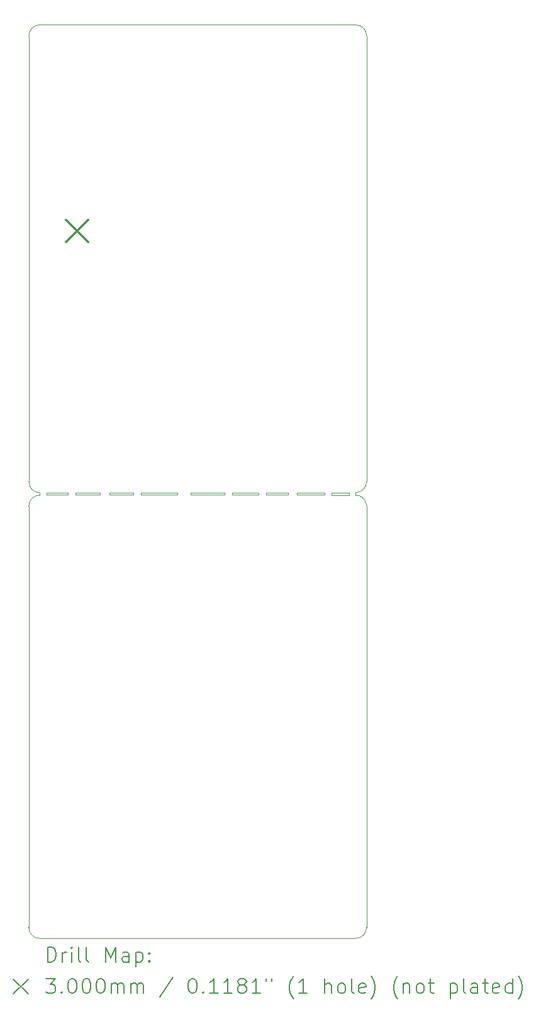
<source format=gbr>
%FSLAX45Y45*%
G04 Gerber Fmt 4.5, Leading zero omitted, Abs format (unit mm)*
G04 Created by KiCad (PCBNEW (6.0.1)) date 2022-02-08 10:08:37*
%MOMM*%
%LPD*%
G01*
G04 APERTURE LIST*
%TA.AperFunction,Profile*%
%ADD10C,0.100000*%
%TD*%
%ADD11C,0.200000*%
%ADD12C,0.300000*%
G04 APERTURE END LIST*
D10*
X10838180Y-12411710D02*
X10838180Y-6423660D01*
X13014960Y-12560300D02*
X13477240Y-12560300D01*
X13477240Y-12560300D02*
X13477240Y-12590780D01*
X13477240Y-12590780D02*
X13014960Y-12590780D01*
X13014960Y-12590780D02*
X13014960Y-12560300D01*
X10988040Y-6273801D02*
X15235632Y-6273800D01*
X15234920Y-18549620D02*
X10987328Y-18549620D01*
X15234920Y-12591337D02*
X15234920Y-12560300D01*
X15385492Y-6423659D02*
G75*
G03*
X15235632Y-6273800I-149857J3D01*
G01*
X15384780Y-12741197D02*
G75*
G03*
X15234920Y-12591337I-149860J-1D01*
G01*
X14330680Y-12560300D02*
X14030960Y-12560300D01*
X14030960Y-12560300D02*
X14030960Y-12590780D01*
X14030960Y-12590780D02*
X14330680Y-12590780D01*
X14330680Y-12590780D02*
X14330680Y-12560300D01*
X15385492Y-6423659D02*
X15384780Y-12410440D01*
X10837467Y-18399760D02*
G75*
G03*
X10987328Y-18549620I149860J0D01*
G01*
X11795760Y-12560300D02*
X11468100Y-12560300D01*
X11468100Y-12560300D02*
X11468100Y-12590780D01*
X11468100Y-12590780D02*
X11795760Y-12590780D01*
X11795760Y-12590780D02*
X11795760Y-12560300D01*
X11925300Y-12557760D02*
X12245340Y-12557760D01*
X12245340Y-12557760D02*
X12245340Y-12590780D01*
X12245340Y-12590780D02*
X11925300Y-12590780D01*
X11925300Y-12590780D02*
X11925300Y-12557760D01*
X15384780Y-18399759D02*
X15384780Y-12741197D01*
X10988040Y-12561570D02*
X10988040Y-12592607D01*
X10838180Y-12742467D02*
X10837467Y-18399760D01*
X10988040Y-6273801D02*
G75*
G03*
X10838180Y-6423660I-2J-149858D01*
G01*
X12837160Y-12560300D02*
X12346940Y-12560300D01*
X12346940Y-12560300D02*
X12346940Y-12590780D01*
X12346940Y-12590780D02*
X12837160Y-12590780D01*
X12837160Y-12590780D02*
X12837160Y-12560300D01*
X10838180Y-12411710D02*
G75*
G03*
X10988040Y-12561570I149860J0D01*
G01*
X15151100Y-12560300D02*
X14912340Y-12560300D01*
X14912340Y-12560300D02*
X14912340Y-12593320D01*
X14912340Y-12593320D02*
X15151100Y-12593320D01*
X15151100Y-12593320D02*
X15151100Y-12560300D01*
X11369040Y-12560300D02*
X11074400Y-12560300D01*
X11074400Y-12560300D02*
X11074400Y-12590780D01*
X11074400Y-12590780D02*
X11369040Y-12590780D01*
X11369040Y-12590780D02*
X11369040Y-12560300D01*
X15234920Y-12560300D02*
G75*
G03*
X15384780Y-12410440I0J149860D01*
G01*
X13934440Y-12560300D02*
X13573760Y-12560300D01*
X13573760Y-12560300D02*
X13573760Y-12590780D01*
X13573760Y-12590780D02*
X13934440Y-12590780D01*
X13934440Y-12590780D02*
X13934440Y-12560300D01*
X15234920Y-18549620D02*
G75*
G03*
X15384780Y-18399759I1J149859D01*
G01*
X10988040Y-12592607D02*
G75*
G03*
X10838180Y-12742467I1J-149861D01*
G01*
X14450060Y-12560300D02*
X14818360Y-12560300D01*
X14818360Y-12560300D02*
X14818360Y-12590780D01*
X14818360Y-12590780D02*
X14450060Y-12590780D01*
X14450060Y-12590780D02*
X14450060Y-12560300D01*
D11*
D12*
X11338420Y-8894940D02*
X11638420Y-9194940D01*
X11638420Y-8894940D02*
X11338420Y-9194940D01*
D11*
X11090086Y-18865096D02*
X11090086Y-18665096D01*
X11137705Y-18665096D01*
X11166276Y-18674620D01*
X11185324Y-18693668D01*
X11194848Y-18712715D01*
X11204371Y-18750810D01*
X11204371Y-18779382D01*
X11194848Y-18817477D01*
X11185324Y-18836525D01*
X11166276Y-18855572D01*
X11137705Y-18865096D01*
X11090086Y-18865096D01*
X11290086Y-18865096D02*
X11290086Y-18731763D01*
X11290086Y-18769858D02*
X11299610Y-18750810D01*
X11309133Y-18741287D01*
X11328181Y-18731763D01*
X11347229Y-18731763D01*
X11413895Y-18865096D02*
X11413895Y-18731763D01*
X11413895Y-18665096D02*
X11404371Y-18674620D01*
X11413895Y-18684144D01*
X11423419Y-18674620D01*
X11413895Y-18665096D01*
X11413895Y-18684144D01*
X11537705Y-18865096D02*
X11518657Y-18855572D01*
X11509133Y-18836525D01*
X11509133Y-18665096D01*
X11642467Y-18865096D02*
X11623419Y-18855572D01*
X11613895Y-18836525D01*
X11613895Y-18665096D01*
X11871038Y-18865096D02*
X11871038Y-18665096D01*
X11937705Y-18807953D01*
X12004371Y-18665096D01*
X12004371Y-18865096D01*
X12185324Y-18865096D02*
X12185324Y-18760334D01*
X12175800Y-18741287D01*
X12156752Y-18731763D01*
X12118657Y-18731763D01*
X12099610Y-18741287D01*
X12185324Y-18855572D02*
X12166276Y-18865096D01*
X12118657Y-18865096D01*
X12099610Y-18855572D01*
X12090086Y-18836525D01*
X12090086Y-18817477D01*
X12099610Y-18798429D01*
X12118657Y-18788906D01*
X12166276Y-18788906D01*
X12185324Y-18779382D01*
X12280562Y-18731763D02*
X12280562Y-18931763D01*
X12280562Y-18741287D02*
X12299610Y-18731763D01*
X12337705Y-18731763D01*
X12356752Y-18741287D01*
X12366276Y-18750810D01*
X12375800Y-18769858D01*
X12375800Y-18827001D01*
X12366276Y-18846048D01*
X12356752Y-18855572D01*
X12337705Y-18865096D01*
X12299610Y-18865096D01*
X12280562Y-18855572D01*
X12461514Y-18846048D02*
X12471038Y-18855572D01*
X12461514Y-18865096D01*
X12451991Y-18855572D01*
X12461514Y-18846048D01*
X12461514Y-18865096D01*
X12461514Y-18741287D02*
X12471038Y-18750810D01*
X12461514Y-18760334D01*
X12451991Y-18750810D01*
X12461514Y-18741287D01*
X12461514Y-18760334D01*
X10632467Y-19094620D02*
X10832467Y-19294620D01*
X10832467Y-19094620D02*
X10632467Y-19294620D01*
X11071038Y-19085096D02*
X11194848Y-19085096D01*
X11128181Y-19161287D01*
X11156753Y-19161287D01*
X11175800Y-19170810D01*
X11185324Y-19180334D01*
X11194848Y-19199382D01*
X11194848Y-19247001D01*
X11185324Y-19266048D01*
X11175800Y-19275572D01*
X11156753Y-19285096D01*
X11099610Y-19285096D01*
X11080562Y-19275572D01*
X11071038Y-19266048D01*
X11280562Y-19266048D02*
X11290086Y-19275572D01*
X11280562Y-19285096D01*
X11271038Y-19275572D01*
X11280562Y-19266048D01*
X11280562Y-19285096D01*
X11413895Y-19085096D02*
X11432943Y-19085096D01*
X11451991Y-19094620D01*
X11461514Y-19104144D01*
X11471038Y-19123191D01*
X11480562Y-19161287D01*
X11480562Y-19208906D01*
X11471038Y-19247001D01*
X11461514Y-19266048D01*
X11451991Y-19275572D01*
X11432943Y-19285096D01*
X11413895Y-19285096D01*
X11394848Y-19275572D01*
X11385324Y-19266048D01*
X11375800Y-19247001D01*
X11366276Y-19208906D01*
X11366276Y-19161287D01*
X11375800Y-19123191D01*
X11385324Y-19104144D01*
X11394848Y-19094620D01*
X11413895Y-19085096D01*
X11604371Y-19085096D02*
X11623419Y-19085096D01*
X11642467Y-19094620D01*
X11651991Y-19104144D01*
X11661514Y-19123191D01*
X11671038Y-19161287D01*
X11671038Y-19208906D01*
X11661514Y-19247001D01*
X11651991Y-19266048D01*
X11642467Y-19275572D01*
X11623419Y-19285096D01*
X11604371Y-19285096D01*
X11585324Y-19275572D01*
X11575800Y-19266048D01*
X11566276Y-19247001D01*
X11556752Y-19208906D01*
X11556752Y-19161287D01*
X11566276Y-19123191D01*
X11575800Y-19104144D01*
X11585324Y-19094620D01*
X11604371Y-19085096D01*
X11794848Y-19085096D02*
X11813895Y-19085096D01*
X11832943Y-19094620D01*
X11842467Y-19104144D01*
X11851991Y-19123191D01*
X11861514Y-19161287D01*
X11861514Y-19208906D01*
X11851991Y-19247001D01*
X11842467Y-19266048D01*
X11832943Y-19275572D01*
X11813895Y-19285096D01*
X11794848Y-19285096D01*
X11775800Y-19275572D01*
X11766276Y-19266048D01*
X11756752Y-19247001D01*
X11747229Y-19208906D01*
X11747229Y-19161287D01*
X11756752Y-19123191D01*
X11766276Y-19104144D01*
X11775800Y-19094620D01*
X11794848Y-19085096D01*
X11947229Y-19285096D02*
X11947229Y-19151763D01*
X11947229Y-19170810D02*
X11956752Y-19161287D01*
X11975800Y-19151763D01*
X12004371Y-19151763D01*
X12023419Y-19161287D01*
X12032943Y-19180334D01*
X12032943Y-19285096D01*
X12032943Y-19180334D02*
X12042467Y-19161287D01*
X12061514Y-19151763D01*
X12090086Y-19151763D01*
X12109133Y-19161287D01*
X12118657Y-19180334D01*
X12118657Y-19285096D01*
X12213895Y-19285096D02*
X12213895Y-19151763D01*
X12213895Y-19170810D02*
X12223419Y-19161287D01*
X12242467Y-19151763D01*
X12271038Y-19151763D01*
X12290086Y-19161287D01*
X12299610Y-19180334D01*
X12299610Y-19285096D01*
X12299610Y-19180334D02*
X12309133Y-19161287D01*
X12328181Y-19151763D01*
X12356752Y-19151763D01*
X12375800Y-19161287D01*
X12385324Y-19180334D01*
X12385324Y-19285096D01*
X12775800Y-19075572D02*
X12604371Y-19332715D01*
X13032943Y-19085096D02*
X13051991Y-19085096D01*
X13071038Y-19094620D01*
X13080562Y-19104144D01*
X13090086Y-19123191D01*
X13099610Y-19161287D01*
X13099610Y-19208906D01*
X13090086Y-19247001D01*
X13080562Y-19266048D01*
X13071038Y-19275572D01*
X13051991Y-19285096D01*
X13032943Y-19285096D01*
X13013895Y-19275572D01*
X13004371Y-19266048D01*
X12994848Y-19247001D01*
X12985324Y-19208906D01*
X12985324Y-19161287D01*
X12994848Y-19123191D01*
X13004371Y-19104144D01*
X13013895Y-19094620D01*
X13032943Y-19085096D01*
X13185324Y-19266048D02*
X13194848Y-19275572D01*
X13185324Y-19285096D01*
X13175800Y-19275572D01*
X13185324Y-19266048D01*
X13185324Y-19285096D01*
X13385324Y-19285096D02*
X13271038Y-19285096D01*
X13328181Y-19285096D02*
X13328181Y-19085096D01*
X13309133Y-19113668D01*
X13290086Y-19132715D01*
X13271038Y-19142239D01*
X13575800Y-19285096D02*
X13461514Y-19285096D01*
X13518657Y-19285096D02*
X13518657Y-19085096D01*
X13499610Y-19113668D01*
X13480562Y-19132715D01*
X13461514Y-19142239D01*
X13690086Y-19170810D02*
X13671038Y-19161287D01*
X13661514Y-19151763D01*
X13651991Y-19132715D01*
X13651991Y-19123191D01*
X13661514Y-19104144D01*
X13671038Y-19094620D01*
X13690086Y-19085096D01*
X13728181Y-19085096D01*
X13747229Y-19094620D01*
X13756752Y-19104144D01*
X13766276Y-19123191D01*
X13766276Y-19132715D01*
X13756752Y-19151763D01*
X13747229Y-19161287D01*
X13728181Y-19170810D01*
X13690086Y-19170810D01*
X13671038Y-19180334D01*
X13661514Y-19189858D01*
X13651991Y-19208906D01*
X13651991Y-19247001D01*
X13661514Y-19266048D01*
X13671038Y-19275572D01*
X13690086Y-19285096D01*
X13728181Y-19285096D01*
X13747229Y-19275572D01*
X13756752Y-19266048D01*
X13766276Y-19247001D01*
X13766276Y-19208906D01*
X13756752Y-19189858D01*
X13747229Y-19180334D01*
X13728181Y-19170810D01*
X13956752Y-19285096D02*
X13842467Y-19285096D01*
X13899610Y-19285096D02*
X13899610Y-19085096D01*
X13880562Y-19113668D01*
X13861514Y-19132715D01*
X13842467Y-19142239D01*
X14032943Y-19085096D02*
X14032943Y-19123191D01*
X14109133Y-19085096D02*
X14109133Y-19123191D01*
X14404371Y-19361287D02*
X14394848Y-19351763D01*
X14375800Y-19323191D01*
X14366276Y-19304144D01*
X14356752Y-19275572D01*
X14347229Y-19227953D01*
X14347229Y-19189858D01*
X14356752Y-19142239D01*
X14366276Y-19113668D01*
X14375800Y-19094620D01*
X14394848Y-19066048D01*
X14404371Y-19056525D01*
X14585324Y-19285096D02*
X14471038Y-19285096D01*
X14528181Y-19285096D02*
X14528181Y-19085096D01*
X14509133Y-19113668D01*
X14490086Y-19132715D01*
X14471038Y-19142239D01*
X14823419Y-19285096D02*
X14823419Y-19085096D01*
X14909133Y-19285096D02*
X14909133Y-19180334D01*
X14899610Y-19161287D01*
X14880562Y-19151763D01*
X14851991Y-19151763D01*
X14832943Y-19161287D01*
X14823419Y-19170810D01*
X15032943Y-19285096D02*
X15013895Y-19275572D01*
X15004371Y-19266048D01*
X14994848Y-19247001D01*
X14994848Y-19189858D01*
X15004371Y-19170810D01*
X15013895Y-19161287D01*
X15032943Y-19151763D01*
X15061514Y-19151763D01*
X15080562Y-19161287D01*
X15090086Y-19170810D01*
X15099610Y-19189858D01*
X15099610Y-19247001D01*
X15090086Y-19266048D01*
X15080562Y-19275572D01*
X15061514Y-19285096D01*
X15032943Y-19285096D01*
X15213895Y-19285096D02*
X15194848Y-19275572D01*
X15185324Y-19256525D01*
X15185324Y-19085096D01*
X15366276Y-19275572D02*
X15347229Y-19285096D01*
X15309133Y-19285096D01*
X15290086Y-19275572D01*
X15280562Y-19256525D01*
X15280562Y-19180334D01*
X15290086Y-19161287D01*
X15309133Y-19151763D01*
X15347229Y-19151763D01*
X15366276Y-19161287D01*
X15375800Y-19180334D01*
X15375800Y-19199382D01*
X15280562Y-19218429D01*
X15442467Y-19361287D02*
X15451991Y-19351763D01*
X15471038Y-19323191D01*
X15480562Y-19304144D01*
X15490086Y-19275572D01*
X15499610Y-19227953D01*
X15499610Y-19189858D01*
X15490086Y-19142239D01*
X15480562Y-19113668D01*
X15471038Y-19094620D01*
X15451991Y-19066048D01*
X15442467Y-19056525D01*
X15804371Y-19361287D02*
X15794848Y-19351763D01*
X15775800Y-19323191D01*
X15766276Y-19304144D01*
X15756752Y-19275572D01*
X15747229Y-19227953D01*
X15747229Y-19189858D01*
X15756752Y-19142239D01*
X15766276Y-19113668D01*
X15775800Y-19094620D01*
X15794848Y-19066048D01*
X15804371Y-19056525D01*
X15880562Y-19151763D02*
X15880562Y-19285096D01*
X15880562Y-19170810D02*
X15890086Y-19161287D01*
X15909133Y-19151763D01*
X15937705Y-19151763D01*
X15956752Y-19161287D01*
X15966276Y-19180334D01*
X15966276Y-19285096D01*
X16090086Y-19285096D02*
X16071038Y-19275572D01*
X16061514Y-19266048D01*
X16051991Y-19247001D01*
X16051991Y-19189858D01*
X16061514Y-19170810D01*
X16071038Y-19161287D01*
X16090086Y-19151763D01*
X16118657Y-19151763D01*
X16137705Y-19161287D01*
X16147229Y-19170810D01*
X16156752Y-19189858D01*
X16156752Y-19247001D01*
X16147229Y-19266048D01*
X16137705Y-19275572D01*
X16118657Y-19285096D01*
X16090086Y-19285096D01*
X16213895Y-19151763D02*
X16290086Y-19151763D01*
X16242467Y-19085096D02*
X16242467Y-19256525D01*
X16251991Y-19275572D01*
X16271038Y-19285096D01*
X16290086Y-19285096D01*
X16509133Y-19151763D02*
X16509133Y-19351763D01*
X16509133Y-19161287D02*
X16528181Y-19151763D01*
X16566276Y-19151763D01*
X16585324Y-19161287D01*
X16594848Y-19170810D01*
X16604371Y-19189858D01*
X16604371Y-19247001D01*
X16594848Y-19266048D01*
X16585324Y-19275572D01*
X16566276Y-19285096D01*
X16528181Y-19285096D01*
X16509133Y-19275572D01*
X16718657Y-19285096D02*
X16699610Y-19275572D01*
X16690086Y-19256525D01*
X16690086Y-19085096D01*
X16880562Y-19285096D02*
X16880562Y-19180334D01*
X16871038Y-19161287D01*
X16851991Y-19151763D01*
X16813895Y-19151763D01*
X16794848Y-19161287D01*
X16880562Y-19275572D02*
X16861514Y-19285096D01*
X16813895Y-19285096D01*
X16794848Y-19275572D01*
X16785324Y-19256525D01*
X16785324Y-19237477D01*
X16794848Y-19218429D01*
X16813895Y-19208906D01*
X16861514Y-19208906D01*
X16880562Y-19199382D01*
X16947229Y-19151763D02*
X17023419Y-19151763D01*
X16975800Y-19085096D02*
X16975800Y-19256525D01*
X16985324Y-19275572D01*
X17004372Y-19285096D01*
X17023419Y-19285096D01*
X17166276Y-19275572D02*
X17147229Y-19285096D01*
X17109133Y-19285096D01*
X17090086Y-19275572D01*
X17080562Y-19256525D01*
X17080562Y-19180334D01*
X17090086Y-19161287D01*
X17109133Y-19151763D01*
X17147229Y-19151763D01*
X17166276Y-19161287D01*
X17175800Y-19180334D01*
X17175800Y-19199382D01*
X17080562Y-19218429D01*
X17347229Y-19285096D02*
X17347229Y-19085096D01*
X17347229Y-19275572D02*
X17328181Y-19285096D01*
X17290086Y-19285096D01*
X17271038Y-19275572D01*
X17261514Y-19266048D01*
X17251991Y-19247001D01*
X17251991Y-19189858D01*
X17261514Y-19170810D01*
X17271038Y-19161287D01*
X17290086Y-19151763D01*
X17328181Y-19151763D01*
X17347229Y-19161287D01*
X17423419Y-19361287D02*
X17432943Y-19351763D01*
X17451991Y-19323191D01*
X17461514Y-19304144D01*
X17471038Y-19275572D01*
X17480562Y-19227953D01*
X17480562Y-19189858D01*
X17471038Y-19142239D01*
X17461514Y-19113668D01*
X17451991Y-19094620D01*
X17432943Y-19066048D01*
X17423419Y-19056525D01*
M02*

</source>
